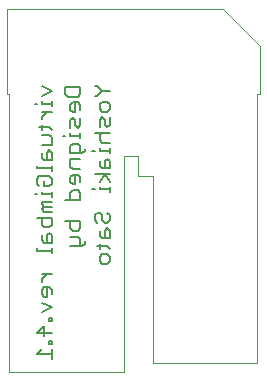
<source format=gbo>
G04 EAGLE Gerber RS-274X export*
G75*
%MOMM*%
%FSLAX34Y34*%
%LPD*%
%AMOC8*
5,1,8,0,0,1.08239X$1,22.5*%
G01*
%ADD10C,0.177800*%
%ADD11C,0.030000*%


D10*
X27907Y238911D02*
X36211Y234759D01*
X27907Y230607D01*
X27907Y225814D02*
X27907Y223738D01*
X36211Y223738D01*
X36211Y225814D02*
X36211Y221662D01*
X23754Y223738D02*
X21678Y223738D01*
X27907Y217082D02*
X36211Y217082D01*
X32059Y217082D02*
X27907Y212930D01*
X27907Y210854D01*
X25830Y204092D02*
X34135Y204092D01*
X36211Y202016D01*
X27907Y202016D02*
X27907Y206168D01*
X27907Y197436D02*
X34135Y197436D01*
X36211Y195360D01*
X36211Y189132D01*
X27907Y189132D01*
X27907Y182263D02*
X27907Y178111D01*
X29983Y176035D01*
X36211Y176035D01*
X36211Y182263D01*
X34135Y184339D01*
X32059Y182263D01*
X32059Y176035D01*
X23754Y171242D02*
X23754Y169166D01*
X36211Y169166D01*
X36211Y171242D02*
X36211Y167090D01*
X23754Y156282D02*
X25830Y154206D01*
X23754Y156282D02*
X23754Y160434D01*
X25830Y162510D01*
X34135Y162510D01*
X36211Y160434D01*
X36211Y156282D01*
X34135Y154206D01*
X29983Y154206D01*
X29983Y158358D01*
X27907Y149413D02*
X27907Y147337D01*
X36211Y147337D01*
X36211Y149413D02*
X36211Y145261D01*
X23754Y147337D02*
X21678Y147337D01*
X27907Y140682D02*
X36211Y140682D01*
X27907Y140682D02*
X27907Y138606D01*
X29983Y136529D01*
X36211Y136529D01*
X29983Y136529D02*
X27907Y134453D01*
X29983Y132377D01*
X36211Y132377D01*
X36211Y127584D02*
X23754Y127584D01*
X36211Y127584D02*
X36211Y121356D01*
X34135Y119280D01*
X29983Y119280D01*
X27907Y121356D01*
X27907Y127584D01*
X27907Y112411D02*
X27907Y108259D01*
X29983Y106183D01*
X36211Y106183D01*
X36211Y112411D01*
X34135Y114487D01*
X32059Y112411D01*
X32059Y106183D01*
X23754Y101390D02*
X23754Y99314D01*
X36211Y99314D01*
X36211Y101390D02*
X36211Y97238D01*
X36211Y79561D02*
X27907Y79561D01*
X32059Y79561D02*
X27907Y75409D01*
X27907Y73333D01*
X36211Y66571D02*
X36211Y62418D01*
X36211Y66571D02*
X34135Y68647D01*
X29983Y68647D01*
X27907Y66571D01*
X27907Y62418D01*
X29983Y60342D01*
X32059Y60342D01*
X32059Y68647D01*
X27907Y55550D02*
X36211Y51397D01*
X27907Y47245D01*
X34135Y42452D02*
X36211Y42452D01*
X34135Y42452D02*
X34135Y40376D01*
X36211Y40376D01*
X36211Y42452D01*
X36211Y29675D02*
X23754Y29675D01*
X29983Y35904D01*
X29983Y27599D01*
X34135Y22806D02*
X36211Y22806D01*
X34135Y22806D02*
X34135Y20730D01*
X36211Y20730D01*
X36211Y22806D01*
X27907Y16258D02*
X23754Y12106D01*
X36211Y12106D01*
X36211Y16258D02*
X36211Y7953D01*
X47754Y238111D02*
X60211Y238111D01*
X60211Y231883D01*
X58135Y229807D01*
X49830Y229807D01*
X47754Y231883D01*
X47754Y238111D01*
X60211Y222938D02*
X60211Y218785D01*
X60211Y222938D02*
X58135Y225014D01*
X53983Y225014D01*
X51907Y222938D01*
X51907Y218785D01*
X53983Y216709D01*
X56059Y216709D01*
X56059Y225014D01*
X60211Y211917D02*
X60211Y205688D01*
X58135Y203612D01*
X56059Y205688D01*
X56059Y209840D01*
X53983Y211917D01*
X51907Y209840D01*
X51907Y203612D01*
X51907Y198819D02*
X51907Y196743D01*
X60211Y196743D01*
X60211Y198819D02*
X60211Y194667D01*
X47754Y196743D02*
X45678Y196743D01*
X64363Y185936D02*
X64363Y183859D01*
X62287Y181783D01*
X51907Y181783D01*
X51907Y188012D01*
X53983Y190088D01*
X58135Y190088D01*
X60211Y188012D01*
X60211Y181783D01*
X60211Y176991D02*
X51907Y176991D01*
X51907Y170762D01*
X53983Y168686D01*
X60211Y168686D01*
X60211Y161817D02*
X60211Y157665D01*
X60211Y161817D02*
X58135Y163893D01*
X53983Y163893D01*
X51907Y161817D01*
X51907Y157665D01*
X53983Y155589D01*
X56059Y155589D01*
X56059Y163893D01*
X60211Y142492D02*
X47754Y142492D01*
X60211Y142492D02*
X60211Y148720D01*
X58135Y150796D01*
X53983Y150796D01*
X51907Y148720D01*
X51907Y142492D01*
X47754Y124602D02*
X60211Y124602D01*
X60211Y118373D01*
X58135Y116297D01*
X53983Y116297D01*
X51907Y118373D01*
X51907Y124602D01*
X51907Y111504D02*
X58135Y111504D01*
X60211Y109428D01*
X60211Y103200D01*
X62287Y103200D02*
X51907Y103200D01*
X62287Y103200D02*
X64363Y105276D01*
X64363Y107352D01*
X72754Y238511D02*
X74830Y238511D01*
X78983Y234359D01*
X74830Y230207D01*
X72754Y230207D01*
X78983Y234359D02*
X85211Y234359D01*
X85211Y223338D02*
X85211Y219185D01*
X83135Y217109D01*
X78983Y217109D01*
X76907Y219185D01*
X76907Y223338D01*
X78983Y225414D01*
X83135Y225414D01*
X85211Y223338D01*
X85211Y212317D02*
X85211Y206088D01*
X83135Y204012D01*
X81059Y206088D01*
X81059Y210240D01*
X78983Y212317D01*
X76907Y210240D01*
X76907Y204012D01*
X72754Y199219D02*
X85211Y199219D01*
X78983Y199219D02*
X76907Y197143D01*
X76907Y192991D01*
X78983Y190915D01*
X85211Y190915D01*
X76907Y186122D02*
X76907Y184046D01*
X85211Y184046D01*
X85211Y186122D02*
X85211Y181970D01*
X72754Y184046D02*
X70678Y184046D01*
X76907Y175314D02*
X76907Y171162D01*
X78983Y169086D01*
X85211Y169086D01*
X85211Y175314D01*
X83135Y177391D01*
X81059Y175314D01*
X81059Y169086D01*
X85211Y164293D02*
X72754Y164293D01*
X81059Y164293D02*
X85211Y158065D01*
X81059Y164293D02*
X76907Y158065D01*
X76907Y153379D02*
X76907Y151303D01*
X85211Y151303D01*
X85211Y153379D02*
X85211Y149227D01*
X72754Y151303D02*
X70678Y151303D01*
X72754Y125322D02*
X74830Y123246D01*
X72754Y125322D02*
X72754Y129474D01*
X74830Y131550D01*
X76907Y131550D01*
X78983Y129474D01*
X78983Y125322D01*
X81059Y123246D01*
X83135Y123246D01*
X85211Y125322D01*
X85211Y129474D01*
X83135Y131550D01*
X76907Y116377D02*
X76907Y112225D01*
X78983Y110148D01*
X85211Y110148D01*
X85211Y116377D01*
X83135Y118453D01*
X81059Y116377D01*
X81059Y110148D01*
X83135Y103280D02*
X74830Y103280D01*
X83135Y103280D02*
X85211Y101203D01*
X76907Y101203D02*
X76907Y105356D01*
X85211Y94548D02*
X85211Y90396D01*
X83135Y88320D01*
X78983Y88320D01*
X76907Y90396D01*
X76907Y94548D01*
X78983Y96624D01*
X83135Y96624D01*
X85211Y94548D01*
D11*
X500Y-3000D02*
X500Y232500D01*
X-2000Y232500D01*
X-2000Y304000D01*
X181200Y304000D01*
X213000Y272700D01*
X213000Y232500D01*
X210000Y232500D01*
X210000Y4000D01*
X122000Y4000D01*
X122000Y163000D01*
X109000Y163000D01*
X109000Y180000D01*
X97500Y180000D01*
X97500Y-3000D01*
X500Y-3000D01*
M02*

</source>
